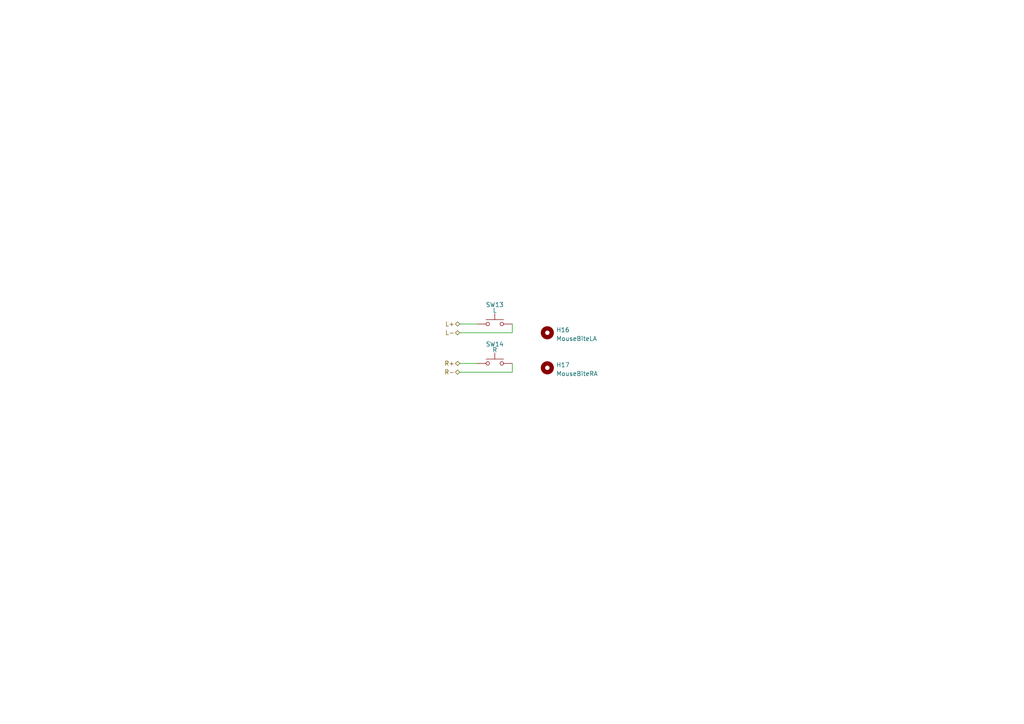
<source format=kicad_sch>
(kicad_sch (version 20211123) (generator eeschema)
  (paper "A4")
  (lib_symbols
    (symbol "Mechanical:MountingHole" (pin_names (offset 1.016))
      (property "Reference" "H" (at 0 5.08 0))
      (property "Value" "MountingHole" (at 0 3.175 0))
      (symbol "MountingHole_0_1"
        (circle (center 0 0) (radius 1.27) (stroke (width 1.27)))
      )
    )
    (symbol "SW_Push_1" (pin_numbers hide) (pin_names (offset 1.016) hide)
      (property "Reference" "SW13" (at 0 5.588 0))
      (property "Value" "SW_Push_1" (at 0 3.937 0))
      (symbol "SW_Push_1_0_1"
        (circle (center -2.032 0) (radius 0.508))
        (polyline (pts (xy 0 1.27) (xy 0 3.048)))
        (polyline (pts (xy 2.54 1.27) (xy -2.54 1.27)))
        (circle (center 2.032 0) (radius 0.508))
        (pin passive line (at 5.08 0 180) (length 2.54) (name "1") (number "1"))
        (pin passive line (at -5.08 0 0) (length 2.54) (name "2") (number "2"))
      )
    )
    (symbol "SW_Push_2" (pin_numbers hide) (pin_names (offset 1.016) hide)
      (property "Reference" "SW14" (at 0 5.588 0))
      (property "Value" "SW_Push_2" (at 0 3.937 0))
      (symbol "SW_Push_2_0_1"
        (circle (center -2.032 0) (radius 0.508))
        (polyline (pts (xy 0 1.27) (xy 0 3.048)))
        (polyline (pts (xy 2.54 1.27) (xy -2.54 1.27)))
        (circle (center 2.032 0) (radius 0.508))
        (pin passive line (at 5.08 0 180) (length 2.54) (name "1") (number "1"))
        (pin passive line (at -5.08 0 0) (length 2.54) (name "2") (number "2"))
      )
    )
  )
  (wire (pts (xy 148.59 93.98) (xy 148.59 96.52)))
  (wire (pts (xy 133.35 105.41) (xy 138.43 105.41)))
  (wire (pts (xy 148.59 105.41) (xy 148.59 107.95)))
  (wire (pts (xy 133.35 107.95) (xy 148.59 107.95)))
  (wire (pts (xy 133.35 96.52) (xy 148.59 96.52)))
  (wire (pts (xy 133.35 93.98) (xy 138.43 93.98)))
  (hierarchical_label "L-" (shape bidirectional) (at 133.35 96.52 180))
  (hierarchical_label "R-" (shape bidirectional) (at 133.35 107.95 180))
  (hierarchical_label "R+" (shape bidirectional) (at 133.35 105.41 180))
  (hierarchical_label "L+" (shape bidirectional) (at 133.35 93.98 180))
  (symbol (lib_name "SW_Push_1") (lib_id "Switch:SW_Push") (at 143.51 93.98 0) (mirror y) (unit 1)
    (property "Reference" "SW13" (at 143.51 88.392 0))
    (property "Value" "L" (at 143.51 90.043 0))
    (property "Footprint" "PhobGCC_2_0_0_footprints:Trigger_Contact_Big" (effects hide))
  )
  (symbol (lib_id "Mechanical:MountingHole") (at 158.75 106.68 0) (unit 1)
    (property "Reference" "H17" (at 161.29 105.8453 0) (effects (justify left)))
    (property "Value" "MouseBiteRA" (at 161.29 108.3822 0) (effects (justify left)))
    (property "Footprint" "PhobGCC_2_0_0_footprints:breakaway-mousebites-double" (effects hide))
  )
  (symbol (lib_id "Mechanical:MountingHole") (at 158.75 96.52 0) (unit 1)
    (property "Reference" "H16" (at 161.29 95.6853 0) (effects (justify left)))
    (property "Value" "MouseBiteLA" (at 161.29 98.2222 0) (effects (justify left)))
    (property "Footprint" "PhobGCC_2_0_0_footprints:breakaway-mousebites-double" (effects hide))
  )
  (symbol (lib_name "SW_Push_2") (lib_id "Switch:SW_Push") (at 143.51 105.41 0) (mirror y) (unit 1)
    (property "Reference" "SW14" (at 143.51 99.822 0))
    (property "Value" "R" (at 143.51 101.473 0))
    (property "Footprint" "PhobGCC_2_0_0_footprints:Trigger_Contact_Big" (effects hide))
  )
)
</source>
